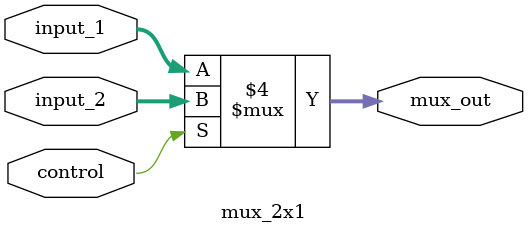
<source format=v>
module mux_2x1 (input [31:0] input_1, 
                input [31:0] input_2, 
                input control, 
                output reg [31:0] mux_out);

always @(*) begin
    if (control == 1'b0) begin 
        mux_out = input_1;
    end
    else begin 
        mux_out = input_2;
    end
    //$display("is_ecallmux: %d", mux_out);
end

endmodule

</source>
